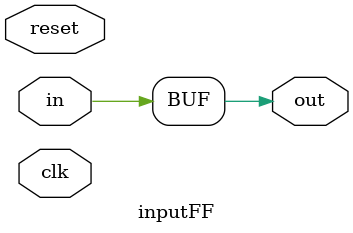
<source format=sv>
module inputFF(clk, reset, out, in);
    input logic clk, reset, in;
    output logic out;

    logic intermediate;

    // always_ff @(posedge clk) begin
    //     if (reset) begin
    //         intermediate <= 1'b0;
    //         out <= 1'b0;
    //     end
    //     else begin
    //         intermediate <= in;
    //         out <= intermediate;
    //     end
    // end
    assign out = in;
endmodule

</source>
